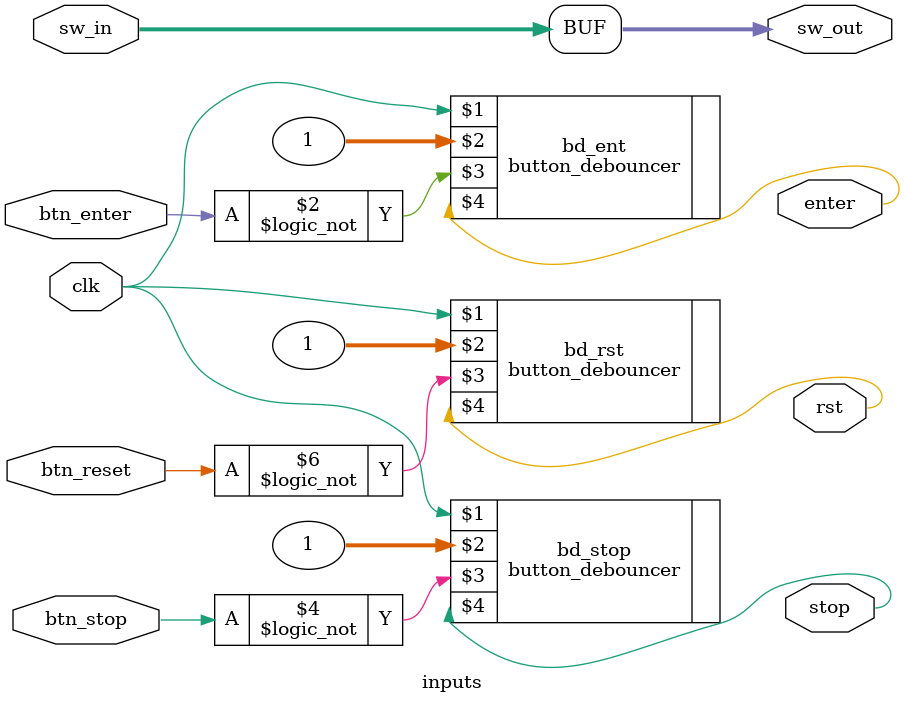
<source format=v>
module inputs(clk, btn_enter, btn_stop, btn_reset,sw_in, sw_out, enter, stop, rst);

input clk, btn_enter, btn_stop, btn_reset;
input [9:0] sw_in;
output enter, stop, rst;
output [9:0]sw_out;

assign sw_out = sw_in;

button_debouncer bd_ent(clk, 1, !btn_enter, enter);
button_debouncer bd_stop(clk, 1, !btn_stop, stop);
button_debouncer bd_rst(clk, 1, !btn_reset, rst);

endmodule
</source>
